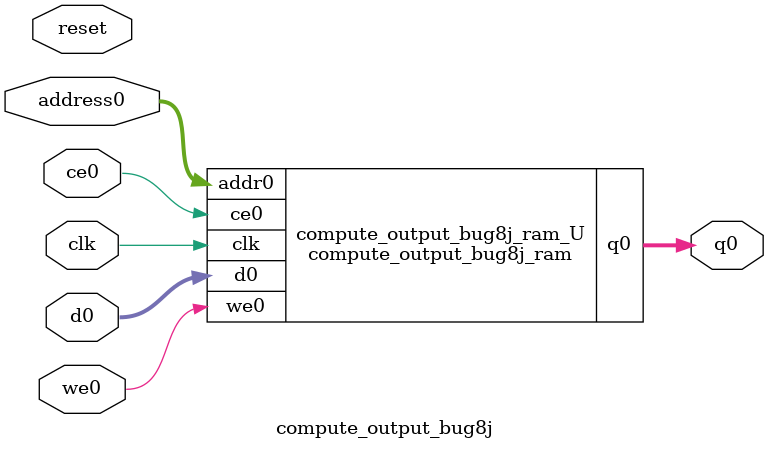
<source format=v>
`timescale 1 ns / 1 ps
module compute_output_bug8j_ram (addr0, ce0, d0, we0, q0,  clk);

parameter DWIDTH = 16;
parameter AWIDTH = 8;
parameter MEM_SIZE = 152;

input[AWIDTH-1:0] addr0;
input ce0;
input[DWIDTH-1:0] d0;
input we0;
output reg[DWIDTH-1:0] q0;
input clk;

(* ram_style = "block" *)reg [DWIDTH-1:0] ram[0:MEM_SIZE-1];




always @(posedge clk)  
begin 
    if (ce0) begin
        if (we0) 
            ram[addr0] <= d0; 
        q0 <= ram[addr0];
    end
end


endmodule

`timescale 1 ns / 1 ps
module compute_output_bug8j(
    reset,
    clk,
    address0,
    ce0,
    we0,
    d0,
    q0);

parameter DataWidth = 32'd16;
parameter AddressRange = 32'd152;
parameter AddressWidth = 32'd8;
input reset;
input clk;
input[AddressWidth - 1:0] address0;
input ce0;
input we0;
input[DataWidth - 1:0] d0;
output[DataWidth - 1:0] q0;



compute_output_bug8j_ram compute_output_bug8j_ram_U(
    .clk( clk ),
    .addr0( address0 ),
    .ce0( ce0 ),
    .we0( we0 ),
    .d0( d0 ),
    .q0( q0 ));

endmodule


</source>
